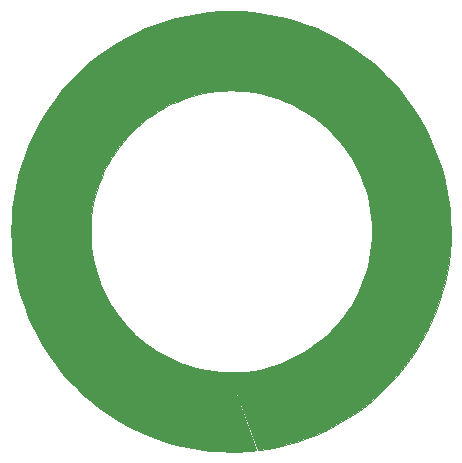
<source format=gts>
G04 #@! TF.GenerationSoftware,KiCad,Pcbnew,(6.0.1)*
G04 #@! TF.CreationDate,2022-07-24T11:11:26+08:00*
G04 #@! TF.ProjectId,CRVisionJoystickLower,43525669-7369-46f6-9e4a-6f7973746963,rev?*
G04 #@! TF.SameCoordinates,Original*
G04 #@! TF.FileFunction,Soldermask,Top*
G04 #@! TF.FilePolarity,Negative*
%FSLAX46Y46*%
G04 Gerber Fmt 4.6, Leading zero omitted, Abs format (unit mm)*
G04 Created by KiCad (PCBNEW (6.0.1)) date 2022-07-24 11:11:26*
%MOMM*%
%LPD*%
G01*
G04 APERTURE LIST*
G04 Aperture macros list*
%AMHorizOval*
0 Thick line with rounded ends*
0 $1 width*
0 $2 $3 position (X,Y) of the first rounded end (center of the circle)*
0 $4 $5 position (X,Y) of the second rounded end (center of the circle)*
0 Add line between two ends*
20,1,$1,$2,$3,$4,$5,0*
0 Add two circle primitives to create the rounded ends*
1,1,$1,$2,$3*
1,1,$1,$4,$5*%
G04 Aperture macros list end*
%ADD10C,0.036148*%
%ADD11HorizOval,1.200000X-0.450000X0.779423X0.450000X-0.779423X0*%
G04 APERTURE END LIST*
D10*
X135700001Y-51247742D02*
X136657510Y-51272012D01*
X136657510Y-51272012D02*
X137602451Y-51344039D01*
X137602451Y-51344039D02*
X138533653Y-51462652D01*
X138533653Y-51462652D02*
X139449949Y-51626679D01*
X139449949Y-51626679D02*
X140350168Y-51834948D01*
X140350168Y-51834948D02*
X141233142Y-52086288D01*
X141233142Y-52086288D02*
X142097702Y-52379526D01*
X142097702Y-52379526D02*
X142942677Y-52713490D01*
X142942677Y-52713490D02*
X143766900Y-53087008D01*
X143766900Y-53087008D02*
X144569200Y-53498910D01*
X144569200Y-53498910D02*
X145348410Y-53948022D01*
X145348410Y-53948022D02*
X146103358Y-54433173D01*
X146103358Y-54433173D02*
X146832878Y-54953191D01*
X146832878Y-54953191D02*
X147535798Y-55506904D01*
X147535798Y-55506904D02*
X148210950Y-56093140D01*
X148210950Y-56093140D02*
X148857165Y-56710727D01*
X148857165Y-56710727D02*
X149473274Y-57358494D01*
X149473274Y-57358494D02*
X150058107Y-58035268D01*
X150058107Y-58035268D02*
X150610495Y-58739878D01*
X150610495Y-58739878D02*
X151129270Y-59471152D01*
X151129270Y-59471152D02*
X151613261Y-60227918D01*
X151613261Y-60227918D02*
X152061300Y-61009003D01*
X152061300Y-61009003D02*
X152472218Y-61813236D01*
X152472218Y-61813236D02*
X152844845Y-62639446D01*
X152844845Y-62639446D02*
X153178012Y-63486460D01*
X153178012Y-63486460D02*
X153470551Y-64353106D01*
X153470551Y-64353106D02*
X153721291Y-65238213D01*
X153721291Y-65238213D02*
X153929064Y-66140608D01*
X153929064Y-66140608D02*
X154092700Y-67059120D01*
X154092700Y-67059120D02*
X154211031Y-67992577D01*
X154211031Y-67992577D02*
X154282887Y-68939807D01*
X154282887Y-68939807D02*
X154307098Y-69899638D01*
X154307098Y-69899638D02*
X154286338Y-70788547D01*
X154286338Y-70788547D02*
X154224675Y-71666729D01*
X154224675Y-71666729D02*
X154123038Y-72533255D01*
X154123038Y-72533255D02*
X153982353Y-73387194D01*
X153982353Y-73387194D02*
X153803549Y-74227619D01*
X153803549Y-74227619D02*
X153587553Y-75053599D01*
X153587553Y-75053599D02*
X153335292Y-75864205D01*
X153335292Y-75864205D02*
X153047695Y-76658508D01*
X153047695Y-76658508D02*
X152725688Y-77435579D01*
X152725688Y-77435579D02*
X152370200Y-78194489D01*
X152370200Y-78194489D02*
X151982158Y-78934308D01*
X151982158Y-78934308D02*
X151562489Y-79654107D01*
X151562489Y-79654107D02*
X151112121Y-80352957D01*
X151112121Y-80352957D02*
X150631982Y-81029929D01*
X150631982Y-81029929D02*
X150122999Y-81684094D01*
X150122999Y-81684094D02*
X149586100Y-82314521D01*
X149586100Y-82314521D02*
X149022213Y-82920282D01*
X149022213Y-82920282D02*
X148432264Y-83500448D01*
X148432264Y-83500448D02*
X147817183Y-84054090D01*
X147817183Y-84054090D02*
X147177895Y-84580277D01*
X147177895Y-84580277D02*
X146515329Y-85078082D01*
X146515329Y-85078082D02*
X145830413Y-85546574D01*
X145830413Y-85546574D02*
X145124074Y-85984825D01*
X145124074Y-85984825D02*
X144397239Y-86391905D01*
X144397239Y-86391905D02*
X143650836Y-86766885D01*
X143650836Y-86766885D02*
X142885793Y-87108836D01*
X142885793Y-87108836D02*
X142103037Y-87416829D01*
X142103037Y-87416829D02*
X141303496Y-87689934D01*
X141303496Y-87689934D02*
X140488098Y-87927221D01*
X140488098Y-87927221D02*
X139657770Y-88127763D01*
X139657770Y-88127763D02*
X138813439Y-88290629D01*
X138813439Y-88290629D02*
X137956034Y-88414891D01*
X137956034Y-88414891D02*
X135559021Y-81829363D01*
X135559021Y-81829363D02*
X135641667Y-81830719D01*
X135641667Y-81830719D02*
X135683108Y-81831295D01*
X135683108Y-81831295D02*
X135724583Y-81831532D01*
X135724583Y-81831532D02*
X136337728Y-81816004D01*
X136337728Y-81816004D02*
X136942826Y-81769921D01*
X136942826Y-81769921D02*
X137539128Y-81694033D01*
X137539128Y-81694033D02*
X138125884Y-81589089D01*
X138125884Y-81589089D02*
X138702347Y-81455840D01*
X138702347Y-81455840D02*
X139267767Y-81295034D01*
X139267767Y-81295034D02*
X139821396Y-81107423D01*
X139821396Y-81107423D02*
X140362484Y-80893755D01*
X140362484Y-80893755D02*
X140890284Y-80654782D01*
X140890284Y-80654782D02*
X141404047Y-80391251D01*
X141404047Y-80391251D02*
X141903023Y-80103915D01*
X141903023Y-80103915D02*
X142386463Y-79793522D01*
X142386463Y-79793522D02*
X142853621Y-79460822D01*
X142853621Y-79460822D02*
X143303745Y-79106565D01*
X143303745Y-79106565D02*
X143736089Y-78731501D01*
X143736089Y-78731501D02*
X144149902Y-78336380D01*
X144149902Y-78336380D02*
X144544436Y-77921951D01*
X144544436Y-77921951D02*
X144918944Y-77488965D01*
X144918944Y-77488965D02*
X145272674Y-77038172D01*
X145272674Y-77038172D02*
X145604880Y-76570320D01*
X145604880Y-76570320D02*
X145914813Y-76086161D01*
X145914813Y-76086161D02*
X146201722Y-75586444D01*
X146201722Y-75586444D02*
X146464861Y-75071919D01*
X146464861Y-75071919D02*
X146703479Y-74543336D01*
X146703479Y-74543336D02*
X146916829Y-74001444D01*
X146916829Y-74001444D02*
X147104162Y-73446993D01*
X147104162Y-73446993D02*
X147264728Y-72880734D01*
X147264728Y-72880734D02*
X147397780Y-72303416D01*
X147397780Y-72303416D02*
X147502568Y-71715790D01*
X147502568Y-71715790D02*
X147578343Y-71118604D01*
X147578343Y-71118604D02*
X147624358Y-70512609D01*
X147624358Y-70512609D02*
X147639862Y-69898554D01*
X147639862Y-69898554D02*
X147624358Y-69284468D01*
X147624358Y-69284468D02*
X147578343Y-68678445D01*
X147578343Y-68678445D02*
X147502568Y-68081236D01*
X147502568Y-68081236D02*
X147397780Y-67493588D01*
X147397780Y-67493588D02*
X147264728Y-66916254D01*
X147264728Y-66916254D02*
X147104162Y-66349981D01*
X147104162Y-66349981D02*
X146916829Y-65795520D01*
X146916829Y-65795520D02*
X146703479Y-65253621D01*
X146703479Y-65253621D02*
X146464861Y-64725032D01*
X146464861Y-64725032D02*
X146201722Y-64210505D01*
X146201722Y-64210505D02*
X145914813Y-63710787D01*
X145914813Y-63710787D02*
X145604880Y-63226630D01*
X145604880Y-63226630D02*
X145272674Y-62758782D01*
X145272674Y-62758782D02*
X144918944Y-62307994D01*
X144918944Y-62307994D02*
X144544436Y-61875015D01*
X144544436Y-61875015D02*
X144149902Y-61460594D01*
X144149902Y-61460594D02*
X143736089Y-61065482D01*
X143736089Y-61065482D02*
X143303745Y-60690428D01*
X143303745Y-60690428D02*
X142853621Y-60336182D01*
X142853621Y-60336182D02*
X142386463Y-60003493D01*
X142386463Y-60003493D02*
X141903023Y-59693111D01*
X141903023Y-59693111D02*
X141404047Y-59405785D01*
X141404047Y-59405785D02*
X140890284Y-59142266D01*
X140890284Y-59142266D02*
X140362484Y-58903304D01*
X140362484Y-58903304D02*
X139821396Y-58689646D01*
X139821396Y-58689646D02*
X139267767Y-58502045D01*
X139267767Y-58502045D02*
X138702347Y-58341248D01*
X138702347Y-58341248D02*
X138125884Y-58208006D01*
X138125884Y-58208006D02*
X137539128Y-58103068D01*
X137539128Y-58103068D02*
X136942826Y-58027184D01*
X136942826Y-58027184D02*
X136337728Y-57981104D01*
X136337728Y-57981104D02*
X135724583Y-57965578D01*
X135724583Y-57965578D02*
X135111437Y-57981106D01*
X135111437Y-57981106D02*
X134506339Y-58027188D01*
X134506339Y-58027188D02*
X133910037Y-58103077D01*
X133910037Y-58103077D02*
X133323280Y-58208021D01*
X133323280Y-58208021D02*
X132746817Y-58341270D01*
X132746817Y-58341270D02*
X132181397Y-58502076D01*
X132181397Y-58502076D02*
X131627768Y-58689687D01*
X131627768Y-58689687D02*
X131086680Y-58903354D01*
X131086680Y-58903354D02*
X130558880Y-59142328D01*
X130558880Y-59142328D02*
X130045117Y-59405858D01*
X130045117Y-59405858D02*
X129546141Y-59693195D01*
X129546141Y-59693195D02*
X129062700Y-60003588D01*
X129062700Y-60003588D02*
X128595543Y-60336288D01*
X128595543Y-60336288D02*
X128145418Y-60690545D01*
X128145418Y-60690545D02*
X127713075Y-61065609D01*
X127713075Y-61065609D02*
X127299261Y-61460730D01*
X127299261Y-61460730D02*
X126904727Y-61875158D01*
X126904727Y-61875158D02*
X126530219Y-62308144D01*
X126530219Y-62308144D02*
X126176488Y-62758938D01*
X126176488Y-62758938D02*
X125844283Y-63226789D01*
X125844283Y-63226789D02*
X125534350Y-63710948D01*
X125534350Y-63710948D02*
X125247440Y-64210665D01*
X125247440Y-64210665D02*
X124984302Y-64725190D01*
X124984302Y-64725190D02*
X124745683Y-65253773D01*
X124745683Y-65253773D02*
X124532333Y-65795665D01*
X124532333Y-65795665D02*
X124345001Y-66350115D01*
X124345001Y-66350115D02*
X124184434Y-66916374D01*
X124184434Y-66916374D02*
X124051383Y-67493692D01*
X124051383Y-67493692D02*
X123946595Y-68081319D01*
X123946595Y-68081319D02*
X123870819Y-68678505D01*
X123870819Y-68678505D02*
X123824805Y-69284500D01*
X123824805Y-69284500D02*
X123809300Y-69898554D01*
X123809300Y-69898554D02*
X123824327Y-70503135D01*
X123824327Y-70503135D02*
X123868929Y-71099913D01*
X123868929Y-71099913D02*
X123942394Y-71688174D01*
X123942394Y-71688174D02*
X124044007Y-72267203D01*
X124044007Y-72267203D02*
X124173054Y-72836284D01*
X124173054Y-72836284D02*
X124328821Y-73394701D01*
X124328821Y-73394701D02*
X124510593Y-73941741D01*
X124510593Y-73941741D02*
X124717657Y-74476687D01*
X124717657Y-74476687D02*
X124949297Y-74998824D01*
X124949297Y-74998824D02*
X125204801Y-75507438D01*
X125204801Y-75507438D02*
X125483453Y-76001813D01*
X125483453Y-76001813D02*
X125784540Y-76481234D01*
X125784540Y-76481234D02*
X126107347Y-76944986D01*
X126107347Y-76944986D02*
X126451160Y-77392353D01*
X126451160Y-77392353D02*
X126815266Y-77822621D01*
X126815266Y-77822621D02*
X127198949Y-78235074D01*
X127198949Y-78235074D02*
X127601496Y-78628997D01*
X127601496Y-78628997D02*
X128022192Y-79003674D01*
X128022192Y-79003674D02*
X128460323Y-79358392D01*
X128460323Y-79358392D02*
X128915176Y-79692434D01*
X128915176Y-79692434D02*
X129386035Y-80005085D01*
X129386035Y-80005085D02*
X129872187Y-80295630D01*
X129872187Y-80295630D02*
X130372917Y-80563354D01*
X130372917Y-80563354D02*
X130887512Y-80807542D01*
X130887512Y-80807542D02*
X131415257Y-81027478D01*
X131415257Y-81027478D02*
X131955437Y-81222448D01*
X131955437Y-81222448D02*
X132507340Y-81391736D01*
X132507340Y-81391736D02*
X133070250Y-81534627D01*
X133070250Y-81534627D02*
X133643453Y-81650406D01*
X133643453Y-81650406D02*
X134226235Y-81738357D01*
X134226235Y-81738357D02*
X134817883Y-81797766D01*
X134817883Y-81797766D02*
X135417681Y-81827917D01*
X135417681Y-81827917D02*
X137820835Y-88430802D01*
X137820835Y-88430802D02*
X137559245Y-88458749D01*
X137559245Y-88458749D02*
X137296642Y-88483176D01*
X137296642Y-88483176D02*
X137033031Y-88504019D01*
X137033031Y-88504019D02*
X136768416Y-88521216D01*
X136768416Y-88521216D02*
X136502801Y-88534701D01*
X136502801Y-88534701D02*
X136236191Y-88544413D01*
X136236191Y-88544413D02*
X135968589Y-88550286D01*
X135968589Y-88550286D02*
X135700001Y-88552258D01*
X135700001Y-88552258D02*
X134742492Y-88527988D01*
X134742492Y-88527988D02*
X133797551Y-88455961D01*
X133797551Y-88455961D02*
X132866349Y-88337348D01*
X132866349Y-88337348D02*
X131950053Y-88173321D01*
X131950053Y-88173321D02*
X131049834Y-87965051D01*
X131049834Y-87965051D02*
X130166860Y-87713712D01*
X130166860Y-87713712D02*
X129302301Y-87420474D01*
X129302301Y-87420474D02*
X128457325Y-87086510D01*
X128457325Y-87086510D02*
X127633102Y-86712991D01*
X127633102Y-86712991D02*
X126830802Y-86301090D01*
X126830802Y-86301090D02*
X126051593Y-85851978D01*
X126051593Y-85851978D02*
X125296644Y-85366827D01*
X125296644Y-85366827D02*
X124567125Y-84846809D01*
X124567125Y-84846809D02*
X123864204Y-84293096D01*
X123864204Y-84293096D02*
X123189052Y-83706860D01*
X123189052Y-83706860D02*
X122542837Y-83089273D01*
X122542837Y-83089273D02*
X121926728Y-82441506D01*
X121926728Y-82441506D02*
X121341895Y-81764731D01*
X121341895Y-81764731D02*
X120789507Y-81060121D01*
X120789507Y-81060121D02*
X120270732Y-80328848D01*
X120270732Y-80328848D02*
X119786741Y-79572082D01*
X119786741Y-79572082D02*
X119338701Y-78790997D01*
X119338701Y-78790997D02*
X118927784Y-77986763D01*
X118927784Y-77986763D02*
X118555156Y-77160554D01*
X118555156Y-77160554D02*
X118221989Y-76313540D01*
X118221989Y-76313540D02*
X117929451Y-75446894D01*
X117929451Y-75446894D02*
X117678710Y-74561787D01*
X117678710Y-74561787D02*
X117470938Y-73659392D01*
X117470938Y-73659392D02*
X117307301Y-72740880D01*
X117307301Y-72740880D02*
X117188970Y-71807423D01*
X117188970Y-71807423D02*
X117117115Y-70860193D01*
X117117115Y-70860193D02*
X117092903Y-69900362D01*
X117092903Y-69900362D02*
X117117115Y-68940531D01*
X117117115Y-68940531D02*
X117188970Y-67993302D01*
X117188970Y-67993302D02*
X117307301Y-67059845D01*
X117307301Y-67059845D02*
X117470938Y-66141332D01*
X117470938Y-66141332D02*
X117678710Y-65238937D01*
X117678710Y-65238937D02*
X117929451Y-64353830D01*
X117929451Y-64353830D02*
X118221989Y-63487184D01*
X118221989Y-63487184D02*
X118555156Y-62640170D01*
X118555156Y-62640170D02*
X118927784Y-61813960D01*
X118927784Y-61813960D02*
X119338701Y-61009726D01*
X119338701Y-61009726D02*
X119786741Y-60228641D01*
X119786741Y-60228641D02*
X120270732Y-59471875D01*
X120270732Y-59471875D02*
X120789507Y-58740602D01*
X120789507Y-58740602D02*
X121341895Y-58035992D01*
X121341895Y-58035992D02*
X121926728Y-57359217D01*
X121926728Y-57359217D02*
X122542837Y-56711450D01*
X122542837Y-56711450D02*
X123189052Y-56093863D01*
X123189052Y-56093863D02*
X123864204Y-55507627D01*
X123864204Y-55507627D02*
X124567125Y-54953914D01*
X124567125Y-54953914D02*
X125296644Y-54433896D01*
X125296644Y-54433896D02*
X126051593Y-53948745D01*
X126051593Y-53948745D02*
X126830802Y-53499633D01*
X126830802Y-53499633D02*
X127633102Y-53087731D01*
X127633102Y-53087731D02*
X128457325Y-52714213D01*
X128457325Y-52714213D02*
X129302301Y-52380249D01*
X129302301Y-52380249D02*
X130166860Y-52087011D01*
X130166860Y-52087011D02*
X131049834Y-51835671D01*
X131049834Y-51835671D02*
X131950053Y-51627402D01*
X131950053Y-51627402D02*
X132866349Y-51463375D01*
X132866349Y-51463375D02*
X133797551Y-51344762D01*
X133797551Y-51344762D02*
X134742492Y-51272734D01*
X134742492Y-51272734D02*
X135700001Y-51248465D01*
X135700001Y-51248465D02*
X135700001Y-51247742D01*
X135700001Y-51247742D02*
X135700001Y-51247742D01*
G36*
X136657510Y-51272012D02*
G01*
X137602451Y-51344039D01*
X138533653Y-51462652D01*
X139449949Y-51626679D01*
X140350168Y-51834948D01*
X141233142Y-52086288D01*
X142097702Y-52379526D01*
X142942677Y-52713490D01*
X143766900Y-53087008D01*
X144569200Y-53498910D01*
X145348410Y-53948022D01*
X146103358Y-54433173D01*
X146832878Y-54953191D01*
X147535798Y-55506904D01*
X148210950Y-56093140D01*
X148857165Y-56710727D01*
X149473274Y-57358494D01*
X150058107Y-58035268D01*
X150610495Y-58739878D01*
X151129270Y-59471152D01*
X151613261Y-60227918D01*
X152061300Y-61009003D01*
X152472218Y-61813236D01*
X152844845Y-62639446D01*
X153178012Y-63486460D01*
X153470551Y-64353106D01*
X153721291Y-65238213D01*
X153929064Y-66140608D01*
X154092700Y-67059120D01*
X154211031Y-67992577D01*
X154282887Y-68939807D01*
X154307098Y-69899638D01*
X154286338Y-70788547D01*
X154224675Y-71666729D01*
X154123038Y-72533255D01*
X153982353Y-73387194D01*
X153803549Y-74227619D01*
X153587553Y-75053599D01*
X153335292Y-75864205D01*
X153047695Y-76658508D01*
X152725688Y-77435579D01*
X152370200Y-78194489D01*
X151982158Y-78934308D01*
X151562489Y-79654107D01*
X151112121Y-80352957D01*
X150631982Y-81029929D01*
X150122999Y-81684094D01*
X149586100Y-82314521D01*
X149022213Y-82920282D01*
X148432264Y-83500448D01*
X147817183Y-84054090D01*
X147177895Y-84580277D01*
X146515329Y-85078082D01*
X145830413Y-85546574D01*
X145124074Y-85984825D01*
X144397239Y-86391905D01*
X143650836Y-86766885D01*
X142885793Y-87108836D01*
X142103037Y-87416829D01*
X141303496Y-87689934D01*
X140488098Y-87927221D01*
X139657770Y-88127763D01*
X138813439Y-88290629D01*
X137956034Y-88414891D01*
X135559021Y-81829363D01*
X135641667Y-81830719D01*
X135683108Y-81831295D01*
X135724583Y-81831532D01*
X136337728Y-81816004D01*
X136942826Y-81769921D01*
X137539128Y-81694033D01*
X138125884Y-81589089D01*
X138702347Y-81455840D01*
X139267767Y-81295034D01*
X139821396Y-81107423D01*
X140362484Y-80893755D01*
X140890284Y-80654782D01*
X141404047Y-80391251D01*
X141903023Y-80103915D01*
X142386463Y-79793522D01*
X142853621Y-79460822D01*
X143303745Y-79106565D01*
X143736089Y-78731501D01*
X144149902Y-78336380D01*
X144544436Y-77921951D01*
X144918944Y-77488965D01*
X145272674Y-77038172D01*
X145604880Y-76570320D01*
X145914813Y-76086161D01*
X146201722Y-75586444D01*
X146464861Y-75071919D01*
X146703479Y-74543336D01*
X146916829Y-74001444D01*
X147104162Y-73446993D01*
X147264728Y-72880734D01*
X147397780Y-72303416D01*
X147502568Y-71715790D01*
X147578343Y-71118604D01*
X147624358Y-70512609D01*
X147639862Y-69898554D01*
X147624358Y-69284468D01*
X147578343Y-68678445D01*
X147502568Y-68081236D01*
X147397780Y-67493588D01*
X147264728Y-66916254D01*
X147104162Y-66349981D01*
X146916829Y-65795520D01*
X146703479Y-65253621D01*
X146464861Y-64725032D01*
X146201722Y-64210505D01*
X145914813Y-63710787D01*
X145604880Y-63226630D01*
X145272674Y-62758782D01*
X144918944Y-62307994D01*
X144544436Y-61875015D01*
X144149902Y-61460594D01*
X143736089Y-61065482D01*
X143303745Y-60690428D01*
X142853621Y-60336182D01*
X142386463Y-60003493D01*
X141903023Y-59693111D01*
X141404047Y-59405785D01*
X140890284Y-59142266D01*
X140362484Y-58903304D01*
X139821396Y-58689646D01*
X139267767Y-58502045D01*
X138702347Y-58341248D01*
X138125884Y-58208006D01*
X137539128Y-58103068D01*
X136942826Y-58027184D01*
X136337728Y-57981104D01*
X135724583Y-57965578D01*
X135111437Y-57981106D01*
X134506339Y-58027188D01*
X133910037Y-58103077D01*
X133323280Y-58208021D01*
X132746817Y-58341270D01*
X132181397Y-58502076D01*
X131627768Y-58689687D01*
X131086680Y-58903354D01*
X130558880Y-59142328D01*
X130045117Y-59405858D01*
X129546141Y-59693195D01*
X129062700Y-60003588D01*
X128595543Y-60336288D01*
X128145418Y-60690545D01*
X127713075Y-61065609D01*
X127299261Y-61460730D01*
X126904727Y-61875158D01*
X126530219Y-62308144D01*
X126176488Y-62758938D01*
X125844283Y-63226789D01*
X125534350Y-63710948D01*
X125247440Y-64210665D01*
X124984302Y-64725190D01*
X124745683Y-65253773D01*
X124532333Y-65795665D01*
X124345001Y-66350115D01*
X124184434Y-66916374D01*
X124051383Y-67493692D01*
X123946595Y-68081319D01*
X123870819Y-68678505D01*
X123824805Y-69284500D01*
X123809300Y-69898554D01*
X123824327Y-70503135D01*
X123868929Y-71099913D01*
X123942394Y-71688174D01*
X124044007Y-72267203D01*
X124173054Y-72836284D01*
X124328821Y-73394701D01*
X124510593Y-73941741D01*
X124717657Y-74476687D01*
X124949297Y-74998824D01*
X125204801Y-75507438D01*
X125483453Y-76001813D01*
X125784540Y-76481234D01*
X126107347Y-76944986D01*
X126451160Y-77392353D01*
X126815266Y-77822621D01*
X127198949Y-78235074D01*
X127601496Y-78628997D01*
X128022192Y-79003674D01*
X128460323Y-79358392D01*
X128915176Y-79692434D01*
X129386035Y-80005085D01*
X129872187Y-80295630D01*
X130372917Y-80563354D01*
X130887512Y-80807542D01*
X131415257Y-81027478D01*
X131955437Y-81222448D01*
X132507340Y-81391736D01*
X133070250Y-81534627D01*
X133643453Y-81650406D01*
X134226235Y-81738357D01*
X134817883Y-81797766D01*
X135417681Y-81827917D01*
X137820835Y-88430802D01*
X137559245Y-88458749D01*
X137296642Y-88483176D01*
X137033031Y-88504019D01*
X136768416Y-88521216D01*
X136502801Y-88534701D01*
X136236191Y-88544413D01*
X135968589Y-88550286D01*
X135700001Y-88552258D01*
X134742492Y-88527988D01*
X133797551Y-88455961D01*
X132866349Y-88337348D01*
X131950053Y-88173321D01*
X131049834Y-87965051D01*
X130166860Y-87713712D01*
X129302301Y-87420474D01*
X128457325Y-87086510D01*
X127633102Y-86712991D01*
X126830802Y-86301090D01*
X126051593Y-85851978D01*
X125296644Y-85366827D01*
X124567125Y-84846809D01*
X123864204Y-84293096D01*
X123189052Y-83706860D01*
X122542837Y-83089273D01*
X121926728Y-82441506D01*
X121341895Y-81764731D01*
X120789507Y-81060121D01*
X120270732Y-80328848D01*
X119786741Y-79572082D01*
X119338701Y-78790997D01*
X118927784Y-77986763D01*
X118555156Y-77160554D01*
X118221989Y-76313540D01*
X117929451Y-75446894D01*
X117678710Y-74561787D01*
X117470938Y-73659392D01*
X117307301Y-72740880D01*
X117188970Y-71807423D01*
X117117115Y-70860193D01*
X117092903Y-69900362D01*
X117117115Y-68940531D01*
X117188970Y-67993302D01*
X117307301Y-67059845D01*
X117470938Y-66141332D01*
X117678710Y-65238937D01*
X117929451Y-64353830D01*
X118221989Y-63487184D01*
X118555156Y-62640170D01*
X118927784Y-61813960D01*
X119338701Y-61009726D01*
X119786741Y-60228641D01*
X120270732Y-59471875D01*
X120789507Y-58740602D01*
X121341895Y-58035992D01*
X121926728Y-57359217D01*
X122542837Y-56711450D01*
X123189052Y-56093863D01*
X123864204Y-55507627D01*
X124567125Y-54953914D01*
X125296644Y-54433896D01*
X126051593Y-53948745D01*
X126830802Y-53499633D01*
X127633102Y-53087731D01*
X128457325Y-52714213D01*
X129302301Y-52380249D01*
X130166860Y-52087011D01*
X131049834Y-51835671D01*
X131950053Y-51627402D01*
X132866349Y-51463375D01*
X133797551Y-51344762D01*
X134742492Y-51272734D01*
X135700001Y-51248465D01*
X135700001Y-51247742D01*
X136657510Y-51272012D01*
G37*
X136657510Y-51272012D02*
X137602451Y-51344039D01*
X138533653Y-51462652D01*
X139449949Y-51626679D01*
X140350168Y-51834948D01*
X141233142Y-52086288D01*
X142097702Y-52379526D01*
X142942677Y-52713490D01*
X143766900Y-53087008D01*
X144569200Y-53498910D01*
X145348410Y-53948022D01*
X146103358Y-54433173D01*
X146832878Y-54953191D01*
X147535798Y-55506904D01*
X148210950Y-56093140D01*
X148857165Y-56710727D01*
X149473274Y-57358494D01*
X150058107Y-58035268D01*
X150610495Y-58739878D01*
X151129270Y-59471152D01*
X151613261Y-60227918D01*
X152061300Y-61009003D01*
X152472218Y-61813236D01*
X152844845Y-62639446D01*
X153178012Y-63486460D01*
X153470551Y-64353106D01*
X153721291Y-65238213D01*
X153929064Y-66140608D01*
X154092700Y-67059120D01*
X154211031Y-67992577D01*
X154282887Y-68939807D01*
X154307098Y-69899638D01*
X154286338Y-70788547D01*
X154224675Y-71666729D01*
X154123038Y-72533255D01*
X153982353Y-73387194D01*
X153803549Y-74227619D01*
X153587553Y-75053599D01*
X153335292Y-75864205D01*
X153047695Y-76658508D01*
X152725688Y-77435579D01*
X152370200Y-78194489D01*
X151982158Y-78934308D01*
X151562489Y-79654107D01*
X151112121Y-80352957D01*
X150631982Y-81029929D01*
X150122999Y-81684094D01*
X149586100Y-82314521D01*
X149022213Y-82920282D01*
X148432264Y-83500448D01*
X147817183Y-84054090D01*
X147177895Y-84580277D01*
X146515329Y-85078082D01*
X145830413Y-85546574D01*
X145124074Y-85984825D01*
X144397239Y-86391905D01*
X143650836Y-86766885D01*
X142885793Y-87108836D01*
X142103037Y-87416829D01*
X141303496Y-87689934D01*
X140488098Y-87927221D01*
X139657770Y-88127763D01*
X138813439Y-88290629D01*
X137956034Y-88414891D01*
X135559021Y-81829363D01*
X135641667Y-81830719D01*
X135683108Y-81831295D01*
X135724583Y-81831532D01*
X136337728Y-81816004D01*
X136942826Y-81769921D01*
X137539128Y-81694033D01*
X138125884Y-81589089D01*
X138702347Y-81455840D01*
X139267767Y-81295034D01*
X139821396Y-81107423D01*
X140362484Y-80893755D01*
X140890284Y-80654782D01*
X141404047Y-80391251D01*
X141903023Y-80103915D01*
X142386463Y-79793522D01*
X142853621Y-79460822D01*
X143303745Y-79106565D01*
X143736089Y-78731501D01*
X144149902Y-78336380D01*
X144544436Y-77921951D01*
X144918944Y-77488965D01*
X145272674Y-77038172D01*
X145604880Y-76570320D01*
X145914813Y-76086161D01*
X146201722Y-75586444D01*
X146464861Y-75071919D01*
X146703479Y-74543336D01*
X146916829Y-74001444D01*
X147104162Y-73446993D01*
X147264728Y-72880734D01*
X147397780Y-72303416D01*
X147502568Y-71715790D01*
X147578343Y-71118604D01*
X147624358Y-70512609D01*
X147639862Y-69898554D01*
X147624358Y-69284468D01*
X147578343Y-68678445D01*
X147502568Y-68081236D01*
X147397780Y-67493588D01*
X147264728Y-66916254D01*
X147104162Y-66349981D01*
X146916829Y-65795520D01*
X146703479Y-65253621D01*
X146464861Y-64725032D01*
X146201722Y-64210505D01*
X145914813Y-63710787D01*
X145604880Y-63226630D01*
X145272674Y-62758782D01*
X144918944Y-62307994D01*
X144544436Y-61875015D01*
X144149902Y-61460594D01*
X143736089Y-61065482D01*
X143303745Y-60690428D01*
X142853621Y-60336182D01*
X142386463Y-60003493D01*
X141903023Y-59693111D01*
X141404047Y-59405785D01*
X140890284Y-59142266D01*
X140362484Y-58903304D01*
X139821396Y-58689646D01*
X139267767Y-58502045D01*
X138702347Y-58341248D01*
X138125884Y-58208006D01*
X137539128Y-58103068D01*
X136942826Y-58027184D01*
X136337728Y-57981104D01*
X135724583Y-57965578D01*
X135111437Y-57981106D01*
X134506339Y-58027188D01*
X133910037Y-58103077D01*
X133323280Y-58208021D01*
X132746817Y-58341270D01*
X132181397Y-58502076D01*
X131627768Y-58689687D01*
X131086680Y-58903354D01*
X130558880Y-59142328D01*
X130045117Y-59405858D01*
X129546141Y-59693195D01*
X129062700Y-60003588D01*
X128595543Y-60336288D01*
X128145418Y-60690545D01*
X127713075Y-61065609D01*
X127299261Y-61460730D01*
X126904727Y-61875158D01*
X126530219Y-62308144D01*
X126176488Y-62758938D01*
X125844283Y-63226789D01*
X125534350Y-63710948D01*
X125247440Y-64210665D01*
X124984302Y-64725190D01*
X124745683Y-65253773D01*
X124532333Y-65795665D01*
X124345001Y-66350115D01*
X124184434Y-66916374D01*
X124051383Y-67493692D01*
X123946595Y-68081319D01*
X123870819Y-68678505D01*
X123824805Y-69284500D01*
X123809300Y-69898554D01*
X123824327Y-70503135D01*
X123868929Y-71099913D01*
X123942394Y-71688174D01*
X124044007Y-72267203D01*
X124173054Y-72836284D01*
X124328821Y-73394701D01*
X124510593Y-73941741D01*
X124717657Y-74476687D01*
X124949297Y-74998824D01*
X125204801Y-75507438D01*
X125483453Y-76001813D01*
X125784540Y-76481234D01*
X126107347Y-76944986D01*
X126451160Y-77392353D01*
X126815266Y-77822621D01*
X127198949Y-78235074D01*
X127601496Y-78628997D01*
X128022192Y-79003674D01*
X128460323Y-79358392D01*
X128915176Y-79692434D01*
X129386035Y-80005085D01*
X129872187Y-80295630D01*
X130372917Y-80563354D01*
X130887512Y-80807542D01*
X131415257Y-81027478D01*
X131955437Y-81222448D01*
X132507340Y-81391736D01*
X133070250Y-81534627D01*
X133643453Y-81650406D01*
X134226235Y-81738357D01*
X134817883Y-81797766D01*
X135417681Y-81827917D01*
X137820835Y-88430802D01*
X137559245Y-88458749D01*
X137296642Y-88483176D01*
X137033031Y-88504019D01*
X136768416Y-88521216D01*
X136502801Y-88534701D01*
X136236191Y-88544413D01*
X135968589Y-88550286D01*
X135700001Y-88552258D01*
X134742492Y-88527988D01*
X133797551Y-88455961D01*
X132866349Y-88337348D01*
X131950053Y-88173321D01*
X131049834Y-87965051D01*
X130166860Y-87713712D01*
X129302301Y-87420474D01*
X128457325Y-87086510D01*
X127633102Y-86712991D01*
X126830802Y-86301090D01*
X126051593Y-85851978D01*
X125296644Y-85366827D01*
X124567125Y-84846809D01*
X123864204Y-84293096D01*
X123189052Y-83706860D01*
X122542837Y-83089273D01*
X121926728Y-82441506D01*
X121341895Y-81764731D01*
X120789507Y-81060121D01*
X120270732Y-80328848D01*
X119786741Y-79572082D01*
X119338701Y-78790997D01*
X118927784Y-77986763D01*
X118555156Y-77160554D01*
X118221989Y-76313540D01*
X117929451Y-75446894D01*
X117678710Y-74561787D01*
X117470938Y-73659392D01*
X117307301Y-72740880D01*
X117188970Y-71807423D01*
X117117115Y-70860193D01*
X117092903Y-69900362D01*
X117117115Y-68940531D01*
X117188970Y-67993302D01*
X117307301Y-67059845D01*
X117470938Y-66141332D01*
X117678710Y-65238937D01*
X117929451Y-64353830D01*
X118221989Y-63487184D01*
X118555156Y-62640170D01*
X118927784Y-61813960D01*
X119338701Y-61009726D01*
X119786741Y-60228641D01*
X120270732Y-59471875D01*
X120789507Y-58740602D01*
X121341895Y-58035992D01*
X121926728Y-57359217D01*
X122542837Y-56711450D01*
X123189052Y-56093863D01*
X123864204Y-55507627D01*
X124567125Y-54953914D01*
X125296644Y-54433896D01*
X126051593Y-53948745D01*
X126830802Y-53499633D01*
X127633102Y-53087731D01*
X128457325Y-52714213D01*
X129302301Y-52380249D01*
X130166860Y-52087011D01*
X131049834Y-51835671D01*
X131950053Y-51627402D01*
X132866349Y-51463375D01*
X133797551Y-51344762D01*
X134742492Y-51272734D01*
X135700001Y-51248465D01*
X135700001Y-51247742D01*
X136657510Y-51272012D01*
D11*
X144275000Y-83756699D03*
M02*

</source>
